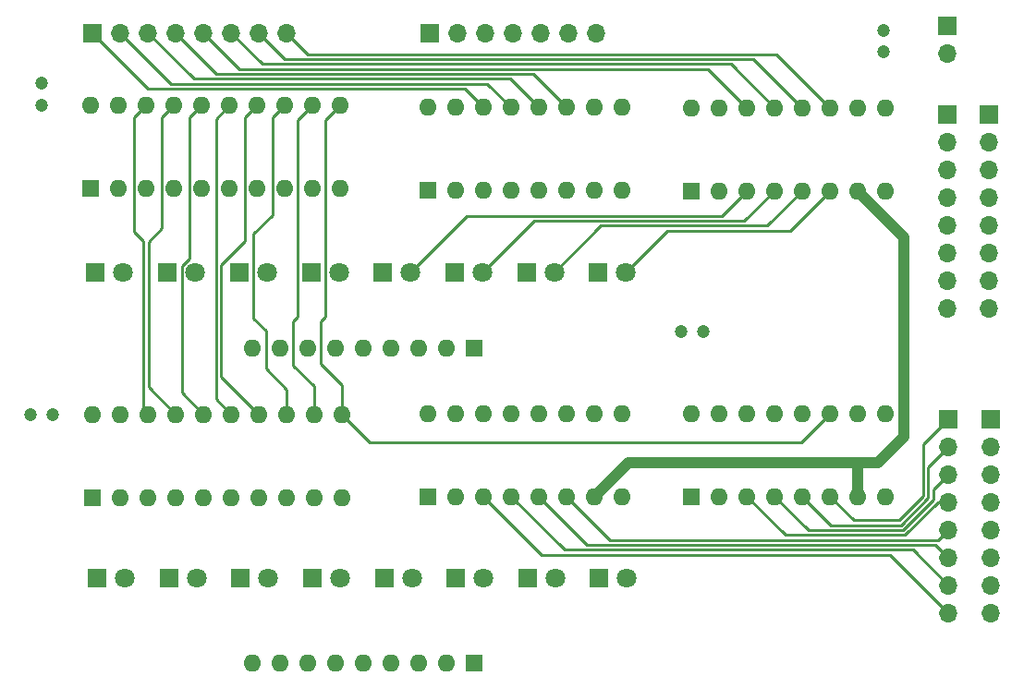
<source format=gbr>
%TF.GenerationSoftware,KiCad,Pcbnew,(5.1.9-0-10_14)*%
%TF.CreationDate,2021-04-27T01:12:58-04:00*%
%TF.ProjectId,REGISTER,52454749-5354-4455-922e-6b696361645f,rev?*%
%TF.SameCoordinates,Original*%
%TF.FileFunction,Copper,L2,Inr*%
%TF.FilePolarity,Positive*%
%FSLAX46Y46*%
G04 Gerber Fmt 4.6, Leading zero omitted, Abs format (unit mm)*
G04 Created by KiCad (PCBNEW (5.1.9-0-10_14)) date 2021-04-27 01:12:58*
%MOMM*%
%LPD*%
G01*
G04 APERTURE LIST*
%TA.AperFunction,ComponentPad*%
%ADD10O,1.700000X1.700000*%
%TD*%
%TA.AperFunction,ComponentPad*%
%ADD11R,1.700000X1.700000*%
%TD*%
%TA.AperFunction,ComponentPad*%
%ADD12C,1.200000*%
%TD*%
%TA.AperFunction,ComponentPad*%
%ADD13O,1.600000X1.600000*%
%TD*%
%TA.AperFunction,ComponentPad*%
%ADD14R,1.600000X1.600000*%
%TD*%
%TA.AperFunction,ComponentPad*%
%ADD15C,1.800000*%
%TD*%
%TA.AperFunction,ComponentPad*%
%ADD16R,1.800000X1.800000*%
%TD*%
%TA.AperFunction,Conductor*%
%ADD17C,0.250000*%
%TD*%
%TA.AperFunction,Conductor*%
%ADD18C,1.000000*%
%TD*%
G04 APERTURE END LIST*
D10*
%TO.N,/CLK*%
%TO.C,J6*%
X122123200Y-87833200D03*
%TO.N,/RS2*%
X119583200Y-87833200D03*
%TO.N,/AI*%
X117043200Y-87833200D03*
%TO.N,/AO*%
X114503200Y-87833200D03*
%TO.N,/RS2*%
X111963200Y-87833200D03*
%TO.N,/BI*%
X109423200Y-87833200D03*
D11*
%TO.N,/BO*%
X106883200Y-87833200D03*
%TD*%
D10*
%TO.N,GND*%
%TO.C,J3*%
X154343100Y-89687400D03*
D11*
%TO.N,VCC*%
X154343100Y-87147400D03*
%TD*%
D12*
%TO.N,GND*%
%TO.C,C4*%
X129953000Y-115176300D03*
%TO.N,VCC*%
X131953000Y-115176300D03*
%TD*%
%TO.N,GND*%
%TO.C,C3*%
X148463000Y-89553800D03*
%TO.N,VCC*%
X148463000Y-87553800D03*
%TD*%
%TO.N,GND*%
%TO.C,C2*%
X70351900Y-122796300D03*
%TO.N,VCC*%
X72351900Y-122796300D03*
%TD*%
%TO.N,GND*%
%TO.C,C1*%
X71323200Y-92437200D03*
%TO.N,VCC*%
X71323200Y-94437200D03*
%TD*%
D13*
%TO.N,VCC*%
%TO.C,U6*%
X130860800Y-122682000D03*
%TO.N,GND*%
X148640800Y-130302000D03*
%TO.N,/RS2*%
X133400800Y-122682000D03*
%TO.N,/CLK*%
X146100800Y-130302000D03*
%TO.N,/I4*%
X135940800Y-122682000D03*
%TO.N,/B1*%
X143560800Y-130302000D03*
%TO.N,/I3*%
X138480800Y-122682000D03*
%TO.N,/B2*%
X141020800Y-130302000D03*
%TO.N,/I2*%
X141020800Y-122682000D03*
%TO.N,/B3*%
X138480800Y-130302000D03*
%TO.N,/I1*%
X143560800Y-122682000D03*
%TO.N,/B4*%
X135940800Y-130302000D03*
%TO.N,/BI*%
X146100800Y-122682000D03*
%TO.N,GND*%
X133400800Y-130302000D03*
%TO.N,/BI*%
X148640800Y-122682000D03*
D14*
%TO.N,GND*%
X130860800Y-130302000D03*
%TD*%
D13*
%TO.N,VCC*%
%TO.C,U5*%
X106730800Y-122707400D03*
%TO.N,GND*%
X124510800Y-130327400D03*
%TO.N,/RS2*%
X109270800Y-122707400D03*
%TO.N,/CLK*%
X121970800Y-130327400D03*
%TO.N,/I8*%
X111810800Y-122707400D03*
%TO.N,/B5*%
X119430800Y-130327400D03*
%TO.N,/I7*%
X114350800Y-122707400D03*
%TO.N,/B6*%
X116890800Y-130327400D03*
%TO.N,/I6*%
X116890800Y-122707400D03*
%TO.N,/B7*%
X114350800Y-130327400D03*
%TO.N,/I5*%
X119430800Y-122707400D03*
%TO.N,/B8*%
X111810800Y-130327400D03*
%TO.N,/BI*%
X121970800Y-122707400D03*
%TO.N,GND*%
X109270800Y-130327400D03*
%TO.N,/BI*%
X124510800Y-122707400D03*
D14*
%TO.N,GND*%
X106730800Y-130327400D03*
%TD*%
D13*
%TO.N,VCC*%
%TO.C,U4*%
X75971400Y-122758200D03*
%TO.N,GND*%
X98831400Y-130378200D03*
%TO.N,/BO*%
X78511400Y-122758200D03*
%TO.N,/B1*%
X96291400Y-130378200D03*
%TO.N,/I8*%
X81051400Y-122758200D03*
%TO.N,/B2*%
X93751400Y-130378200D03*
%TO.N,/I7*%
X83591400Y-122758200D03*
%TO.N,/B3*%
X91211400Y-130378200D03*
%TO.N,/I6*%
X86131400Y-122758200D03*
%TO.N,/B4*%
X88671400Y-130378200D03*
%TO.N,/I5*%
X88671400Y-122758200D03*
%TO.N,/B5*%
X86131400Y-130378200D03*
%TO.N,/I4*%
X91211400Y-122758200D03*
%TO.N,/B6*%
X83591400Y-130378200D03*
%TO.N,/I3*%
X93751400Y-122758200D03*
%TO.N,/B7*%
X81051400Y-130378200D03*
%TO.N,/I2*%
X96291400Y-122758200D03*
%TO.N,/B8*%
X78511400Y-130378200D03*
%TO.N,/I1*%
X98831400Y-122758200D03*
D14*
%TO.N,VCC*%
X75971400Y-130378200D03*
%TD*%
D13*
%TO.N,VCC*%
%TO.C,U3*%
X130835400Y-94665800D03*
%TO.N,GND*%
X148615400Y-102285800D03*
%TO.N,/RS2*%
X133375400Y-94665800D03*
%TO.N,/CLK*%
X146075400Y-102285800D03*
%TO.N,/I4*%
X135915400Y-94665800D03*
%TO.N,/A1*%
X143535400Y-102285800D03*
%TO.N,/I3*%
X138455400Y-94665800D03*
%TO.N,/A2*%
X140995400Y-102285800D03*
%TO.N,/I2*%
X140995400Y-94665800D03*
%TO.N,/A3*%
X138455400Y-102285800D03*
%TO.N,/I1*%
X143535400Y-94665800D03*
%TO.N,/A4*%
X135915400Y-102285800D03*
%TO.N,/AI*%
X146075400Y-94665800D03*
%TO.N,GND*%
X133375400Y-102285800D03*
%TO.N,/AI*%
X148615400Y-94665800D03*
D14*
%TO.N,GND*%
X130835400Y-102285800D03*
%TD*%
D13*
%TO.N,VCC*%
%TO.C,U2*%
X106730800Y-94640400D03*
%TO.N,GND*%
X124510800Y-102260400D03*
%TO.N,/RS2*%
X109270800Y-94640400D03*
%TO.N,/CLK*%
X121970800Y-102260400D03*
%TO.N,/I8*%
X111810800Y-94640400D03*
%TO.N,/A5*%
X119430800Y-102260400D03*
%TO.N,/I7*%
X114350800Y-94640400D03*
%TO.N,/A6*%
X116890800Y-102260400D03*
%TO.N,/I6*%
X116890800Y-94640400D03*
%TO.N,/A7*%
X114350800Y-102260400D03*
%TO.N,/I5*%
X119430800Y-94640400D03*
%TO.N,/A8*%
X111810800Y-102260400D03*
%TO.N,/AI*%
X121970800Y-94640400D03*
%TO.N,GND*%
X109270800Y-102260400D03*
%TO.N,/AI*%
X124510800Y-94640400D03*
D14*
%TO.N,GND*%
X106730800Y-102260400D03*
%TD*%
D13*
%TO.N,VCC*%
%TO.C,U1*%
X75844400Y-94437200D03*
%TO.N,GND*%
X98704400Y-102057200D03*
%TO.N,/AO*%
X78384400Y-94437200D03*
%TO.N,/A1*%
X96164400Y-102057200D03*
%TO.N,/I8*%
X80924400Y-94437200D03*
%TO.N,/A2*%
X93624400Y-102057200D03*
%TO.N,/I7*%
X83464400Y-94437200D03*
%TO.N,/A3*%
X91084400Y-102057200D03*
%TO.N,/I6*%
X86004400Y-94437200D03*
%TO.N,/A4*%
X88544400Y-102057200D03*
%TO.N,/I5*%
X88544400Y-94437200D03*
%TO.N,/A5*%
X86004400Y-102057200D03*
%TO.N,/I4*%
X91084400Y-94437200D03*
%TO.N,/A6*%
X83464400Y-102057200D03*
%TO.N,/I3*%
X93624400Y-94437200D03*
%TO.N,/A7*%
X80924400Y-102057200D03*
%TO.N,/I2*%
X96164400Y-94437200D03*
%TO.N,/A8*%
X78384400Y-102057200D03*
%TO.N,/I1*%
X98704400Y-94437200D03*
D14*
%TO.N,VCC*%
X75844400Y-102057200D03*
%TD*%
D13*
%TO.N,Net-(D9-Pad1)*%
%TO.C,RN2*%
X90614500Y-145554700D03*
%TO.N,Net-(D10-Pad1)*%
X93154500Y-145554700D03*
%TO.N,Net-(D11-Pad1)*%
X95694500Y-145554700D03*
%TO.N,Net-(D12-Pad1)*%
X98234500Y-145554700D03*
%TO.N,Net-(D13-Pad1)*%
X100774500Y-145554700D03*
%TO.N,Net-(D14-Pad1)*%
X103314500Y-145554700D03*
%TO.N,Net-(D15-Pad1)*%
X105854500Y-145554700D03*
%TO.N,Net-(D16-Pad1)*%
X108394500Y-145554700D03*
D14*
%TO.N,GND*%
X110934500Y-145554700D03*
%TD*%
D13*
%TO.N,Net-(D1-Pad1)*%
%TO.C,RN1*%
X90601800Y-116738400D03*
%TO.N,Net-(D2-Pad1)*%
X93141800Y-116738400D03*
%TO.N,Net-(D3-Pad1)*%
X95681800Y-116738400D03*
%TO.N,Net-(D4-Pad1)*%
X98221800Y-116738400D03*
%TO.N,Net-(D5-Pad1)*%
X100761800Y-116738400D03*
%TO.N,Net-(D6-Pad1)*%
X103301800Y-116738400D03*
%TO.N,Net-(D7-Pad1)*%
X105841800Y-116738400D03*
%TO.N,Net-(D8-Pad1)*%
X108381800Y-116738400D03*
D14*
%TO.N,GND*%
X110921800Y-116738400D03*
%TD*%
D10*
%TO.N,/A8*%
%TO.C,J8*%
X154330400Y-113068100D03*
%TO.N,/A7*%
X154330400Y-110528100D03*
%TO.N,/A6*%
X154330400Y-107988100D03*
%TO.N,/A5*%
X154330400Y-105448100D03*
%TO.N,/A4*%
X154330400Y-102908100D03*
%TO.N,/A3*%
X154330400Y-100368100D03*
%TO.N,/A2*%
X154330400Y-97828100D03*
D11*
%TO.N,/A1*%
X154330400Y-95288100D03*
%TD*%
D10*
%TO.N,/A8*%
%TO.C,J7*%
X158115000Y-113068100D03*
%TO.N,/A7*%
X158115000Y-110528100D03*
%TO.N,/A6*%
X158115000Y-107988100D03*
%TO.N,/A5*%
X158115000Y-105448100D03*
%TO.N,/A4*%
X158115000Y-102908100D03*
%TO.N,/A3*%
X158115000Y-100368100D03*
%TO.N,/A2*%
X158115000Y-97828100D03*
D11*
%TO.N,/A1*%
X158115000Y-95288100D03*
%TD*%
D10*
%TO.N,/I1*%
%TO.C,J5*%
X93776800Y-87833200D03*
%TO.N,/I2*%
X91236800Y-87833200D03*
%TO.N,/I3*%
X88696800Y-87833200D03*
%TO.N,/I4*%
X86156800Y-87833200D03*
%TO.N,/I5*%
X83616800Y-87833200D03*
%TO.N,/I6*%
X81076800Y-87833200D03*
%TO.N,/I7*%
X78536800Y-87833200D03*
D11*
%TO.N,/I8*%
X75996800Y-87833200D03*
%TD*%
D10*
%TO.N,/B8*%
%TO.C,J2*%
X154406600Y-140982700D03*
%TO.N,/B7*%
X154406600Y-138442700D03*
%TO.N,/B6*%
X154406600Y-135902700D03*
%TO.N,/B5*%
X154406600Y-133362700D03*
%TO.N,/B4*%
X154406600Y-130822700D03*
%TO.N,/B3*%
X154406600Y-128282700D03*
%TO.N,/B2*%
X154406600Y-125742700D03*
D11*
%TO.N,/B1*%
X154406600Y-123202700D03*
%TD*%
D10*
%TO.N,/B8*%
%TO.C,J1*%
X158242000Y-140982700D03*
%TO.N,/B7*%
X158242000Y-138442700D03*
%TO.N,/B6*%
X158242000Y-135902700D03*
%TO.N,/B5*%
X158242000Y-133362700D03*
%TO.N,/B4*%
X158242000Y-130822700D03*
%TO.N,/B3*%
X158242000Y-128282700D03*
%TO.N,/B2*%
X158242000Y-125742700D03*
D11*
%TO.N,/B1*%
X158242000Y-123202700D03*
%TD*%
D15*
%TO.N,/B1*%
%TO.C,D16*%
X124942600Y-137769600D03*
D16*
%TO.N,Net-(D16-Pad1)*%
X122402600Y-137769600D03*
%TD*%
D15*
%TO.N,/B2*%
%TO.C,D15*%
X118389400Y-137769600D03*
D16*
%TO.N,Net-(D15-Pad1)*%
X115849400Y-137769600D03*
%TD*%
D15*
%TO.N,/B3*%
%TO.C,D14*%
X111836200Y-137769600D03*
D16*
%TO.N,Net-(D14-Pad1)*%
X109296200Y-137769600D03*
%TD*%
D15*
%TO.N,/B4*%
%TO.C,D13*%
X105257600Y-137769600D03*
D16*
%TO.N,Net-(D13-Pad1)*%
X102717600Y-137769600D03*
%TD*%
D15*
%TO.N,/B5*%
%TO.C,D12*%
X98679000Y-137744200D03*
D16*
%TO.N,Net-(D12-Pad1)*%
X96139000Y-137744200D03*
%TD*%
D15*
%TO.N,/B6*%
%TO.C,D11*%
X92100400Y-137744200D03*
D16*
%TO.N,Net-(D11-Pad1)*%
X89560400Y-137744200D03*
%TD*%
D15*
%TO.N,/B7*%
%TO.C,D10*%
X85521800Y-137744200D03*
D16*
%TO.N,Net-(D10-Pad1)*%
X82981800Y-137744200D03*
%TD*%
D15*
%TO.N,/B8*%
%TO.C,D9*%
X78917800Y-137744200D03*
D16*
%TO.N,Net-(D9-Pad1)*%
X76377800Y-137744200D03*
%TD*%
D15*
%TO.N,/A1*%
%TO.C,D8*%
X124866400Y-109753400D03*
D16*
%TO.N,Net-(D8-Pad1)*%
X122326400Y-109753400D03*
%TD*%
D15*
%TO.N,/A2*%
%TO.C,D7*%
X118287800Y-109753400D03*
D16*
%TO.N,Net-(D7-Pad1)*%
X115747800Y-109753400D03*
%TD*%
D15*
%TO.N,/A3*%
%TO.C,D6*%
X111709200Y-109753400D03*
D16*
%TO.N,Net-(D6-Pad1)*%
X109169200Y-109753400D03*
%TD*%
D15*
%TO.N,/A4*%
%TO.C,D5*%
X105130600Y-109753400D03*
D16*
%TO.N,Net-(D5-Pad1)*%
X102590600Y-109753400D03*
%TD*%
D15*
%TO.N,/A5*%
%TO.C,D4*%
X98552000Y-109753400D03*
D16*
%TO.N,Net-(D4-Pad1)*%
X96012000Y-109753400D03*
%TD*%
D15*
%TO.N,/A6*%
%TO.C,D3*%
X91973400Y-109753400D03*
D16*
%TO.N,Net-(D3-Pad1)*%
X89433400Y-109753400D03*
%TD*%
D15*
%TO.N,/A7*%
%TO.C,D2*%
X85394800Y-109753400D03*
D16*
%TO.N,Net-(D2-Pad1)*%
X82854800Y-109753400D03*
%TD*%
D15*
%TO.N,/A8*%
%TO.C,D1*%
X78816200Y-109753400D03*
D16*
%TO.N,Net-(D1-Pad1)*%
X76276200Y-109753400D03*
%TD*%
D17*
%TO.N,/I1*%
X98831400Y-120053100D02*
X98831400Y-122758200D01*
X96926400Y-118148100D02*
X98831400Y-120053100D01*
X96926400Y-114236500D02*
X96926400Y-118148100D01*
X97326999Y-113835901D02*
X96926400Y-114236500D01*
X97326999Y-95814601D02*
X97326999Y-113835901D01*
X98704400Y-94437200D02*
X97326999Y-95814601D01*
X138633200Y-89763600D02*
X143535400Y-94665800D01*
X95707200Y-89763600D02*
X138633200Y-89763600D01*
X93776800Y-87833200D02*
X95707200Y-89763600D01*
X98831400Y-122758200D02*
X101371400Y-125298200D01*
X140944600Y-125298200D02*
X143560800Y-122682000D01*
X101371400Y-125298200D02*
X140944600Y-125298200D01*
%TO.N,/I2*%
X96291400Y-120167400D02*
X96291400Y-122758200D01*
X94786999Y-95814601D02*
X94786999Y-113823201D01*
X94399100Y-118275100D02*
X96291400Y-120167400D01*
X94399100Y-114211100D02*
X94399100Y-118275100D01*
X94786999Y-113823201D02*
X94399100Y-114211100D01*
X96164400Y-94437200D02*
X94786999Y-95814601D01*
X136543211Y-90213611D02*
X140995400Y-94665800D01*
X91236800Y-87833200D02*
X93617211Y-90213611D01*
X93617211Y-90213611D02*
X136543211Y-90213611D01*
%TO.N,/I3*%
X91871800Y-115087400D02*
X91871800Y-118592600D01*
X91871800Y-118592600D02*
X93751400Y-120472200D01*
X90748399Y-113963999D02*
X91871800Y-115087400D01*
X90748399Y-106228601D02*
X90748399Y-113963999D01*
X92499399Y-104477601D02*
X90748399Y-106228601D01*
X92499399Y-95562201D02*
X92499399Y-104477601D01*
X93751400Y-120472200D02*
X93751400Y-122758200D01*
X93624400Y-94437200D02*
X92499399Y-95562201D01*
X88696800Y-87833200D02*
X91527222Y-90663622D01*
X91527222Y-90663622D02*
X134453222Y-90663622D01*
X134453222Y-90663622D02*
X138455400Y-94665800D01*
%TO.N,/I4*%
X87744300Y-119291100D02*
X91211400Y-122758200D01*
X87744300Y-109057498D02*
X87744300Y-119291100D01*
X89959399Y-106842399D02*
X87744300Y-109057498D01*
X91084400Y-94437200D02*
X89959399Y-95562201D01*
X89959399Y-95562201D02*
X89959399Y-106842399D01*
X132363233Y-91113633D02*
X135915400Y-94665800D01*
X86156800Y-87833200D02*
X89437233Y-91113633D01*
X89437233Y-91113633D02*
X132363233Y-91113633D01*
%TO.N,/I5*%
X87294289Y-121381089D02*
X88671400Y-122758200D01*
X87294289Y-95687311D02*
X87294289Y-121381089D01*
X88544400Y-94437200D02*
X87294289Y-95687311D01*
X116354044Y-91563644D02*
X119430800Y-94640400D01*
X83616800Y-87833200D02*
X87347244Y-91563644D01*
X87347244Y-91563644D02*
X116354044Y-91563644D01*
%TO.N,/I6*%
X84169799Y-120796599D02*
X86131400Y-122758200D01*
X84879399Y-108455799D02*
X84169799Y-109165399D01*
X84169799Y-109165399D02*
X84169799Y-120796599D01*
X84879399Y-95562201D02*
X84879399Y-108455799D01*
X86004400Y-94437200D02*
X84879399Y-95562201D01*
X81076800Y-87833200D02*
X85257255Y-92013655D01*
X85257255Y-92013655D02*
X114264055Y-92013655D01*
X114264055Y-92013655D02*
X116890800Y-94640400D01*
%TO.N,/I7*%
X81120411Y-120287211D02*
X83591400Y-122758200D01*
X81120411Y-106928489D02*
X81120411Y-120287211D01*
X82339399Y-95562201D02*
X82339399Y-105709501D01*
X82339399Y-105709501D02*
X81120411Y-106928489D01*
X83464400Y-94437200D02*
X82339399Y-95562201D01*
X112174066Y-92463666D02*
X114350800Y-94640400D01*
X78536800Y-87833200D02*
X83167266Y-92463666D01*
X83167266Y-92463666D02*
X112174066Y-92463666D01*
%TO.N,/I8*%
X79799399Y-105999499D02*
X80670400Y-106870500D01*
X80670400Y-122377200D02*
X81051400Y-122758200D01*
X79799399Y-95562201D02*
X79799399Y-105999499D01*
X80670400Y-106870500D02*
X80670400Y-122377200D01*
X80924400Y-94437200D02*
X79799399Y-95562201D01*
X81077277Y-92913677D02*
X110084077Y-92913677D01*
X75996800Y-87833200D02*
X81077277Y-92913677D01*
X110084077Y-92913677D02*
X111810800Y-94640400D01*
D18*
%TO.N,/CLK*%
X125095000Y-127203200D02*
X121970800Y-130327400D01*
X144818100Y-127203200D02*
X125095000Y-127203200D01*
X147967700Y-127203200D02*
X150355300Y-124815600D01*
X150355300Y-106565700D02*
X146075400Y-102285800D01*
X150355300Y-124815600D02*
X150355300Y-106565700D01*
X146100800Y-130302000D02*
X146100800Y-127228600D01*
X146075400Y-127203200D02*
X147967700Y-127203200D01*
D17*
X146100800Y-127228600D02*
X146075400Y-127203200D01*
D18*
X144818100Y-127203200D02*
X146075400Y-127203200D01*
D17*
%TO.N,/A4*%
X105130600Y-109753400D02*
X110303333Y-104580667D01*
X110303333Y-104580667D02*
X133620533Y-104580667D01*
X133620533Y-104580667D02*
X135915400Y-102285800D01*
%TO.N,/A3*%
X111709200Y-109753400D02*
X116431922Y-105030678D01*
X116431922Y-105030678D02*
X135710522Y-105030678D01*
X135710522Y-105030678D02*
X138455400Y-102285800D01*
%TO.N,/A2*%
X118287800Y-109753400D02*
X122560511Y-105480689D01*
X122560511Y-105480689D02*
X137800511Y-105480689D01*
X137800511Y-105480689D02*
X140995400Y-102285800D01*
%TO.N,/A1*%
X139890500Y-105930700D02*
X143535400Y-102285800D01*
X124866400Y-109753400D02*
X128689100Y-105930700D01*
X128689100Y-105930700D02*
X139890500Y-105930700D01*
%TO.N,/B8*%
X117119877Y-135636477D02*
X149060377Y-135636477D01*
X111810800Y-130327400D02*
X117119877Y-135636477D01*
X149060377Y-135636477D02*
X154406600Y-140982700D01*
%TO.N,/B7*%
X114350800Y-130327400D02*
X119209866Y-135186466D01*
X119209866Y-135186466D02*
X151150366Y-135186466D01*
X151150366Y-135186466D02*
X154406600Y-138442700D01*
%TO.N,/B6*%
X116890800Y-130327400D02*
X121299855Y-134736455D01*
X121299855Y-134736455D02*
X153240355Y-134736455D01*
X153240355Y-134736455D02*
X154406600Y-135902700D01*
%TO.N,/B5*%
X123389844Y-134286444D02*
X153482856Y-134286444D01*
X153482856Y-134286444D02*
X154406600Y-133362700D01*
X119430800Y-130327400D02*
X123389844Y-134286444D01*
%TO.N,/B4*%
X153454100Y-130822700D02*
X154406600Y-130822700D01*
X139475233Y-133836433D02*
X150440367Y-133836433D01*
X150440367Y-133836433D02*
X153454100Y-130822700D01*
X135940800Y-130302000D02*
X139475233Y-133836433D01*
%TO.N,/B3*%
X141565222Y-133386422D02*
X150245500Y-133386422D01*
X150245500Y-133386422D02*
X153007922Y-130624000D01*
X153007922Y-129681378D02*
X154406600Y-128282700D01*
X138480800Y-130302000D02*
X141565222Y-133386422D01*
X153007922Y-130624000D02*
X153007922Y-129681378D01*
%TO.N,/B2*%
X143655211Y-132936411D02*
X150059100Y-132936411D01*
X152557911Y-130437600D02*
X152557911Y-127591389D01*
X141020800Y-130302000D02*
X143655211Y-132936411D01*
X150059100Y-132936411D02*
X152557911Y-130437600D01*
X152557911Y-127591389D02*
X154406600Y-125742700D01*
%TO.N,/B1*%
X152107900Y-125501400D02*
X154406600Y-123202700D01*
X152107900Y-130251200D02*
X152107900Y-125501400D01*
X149872700Y-132486400D02*
X152107900Y-130251200D01*
X145745200Y-132486400D02*
X149872700Y-132486400D01*
X143560800Y-130302000D02*
X145745200Y-132486400D01*
%TD*%
M02*

</source>
